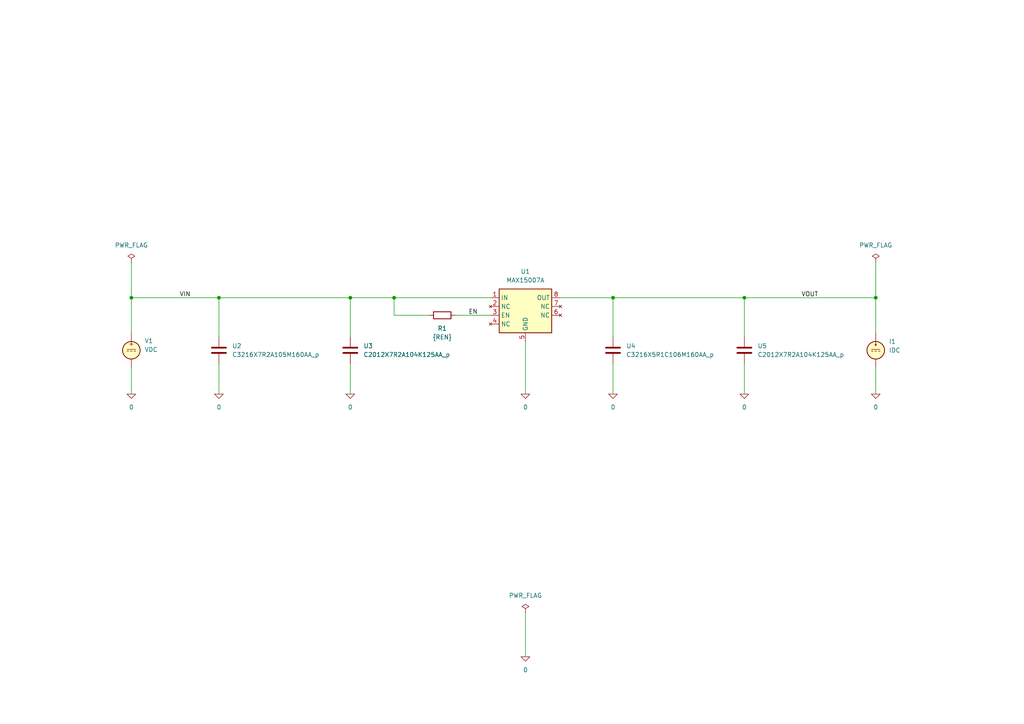
<source format=kicad_sch>
(kicad_sch
	(version 20231120)
	(generator "eeschema")
	(generator_version "8.0")
	(uuid "691ab110-4de2-4212-af9f-2007c41d6d4d")
	(paper "A4")
	(title_block
		(title "40V, Ultra-Low Quiescent-Current Linear Regulators")
		(date "2023-03-04")
		(rev "1")
		(company "astroelectronic@")
		(comment 1 "-")
		(comment 2 "-")
		(comment 3 "-")
		(comment 4 "AE01005007")
	)
	(lib_symbols
		(symbol "MAX15007A:0"
			(power)
			(pin_names
				(offset 0)
			)
			(exclude_from_sim no)
			(in_bom yes)
			(on_board yes)
			(property "Reference" "#GND"
				(at 0 -2.54 0)
				(effects
					(font
						(size 1.27 1.27)
					)
					(hide yes)
				)
			)
			(property "Value" "0"
				(at 0 -1.778 0)
				(effects
					(font
						(size 1.27 1.27)
					)
				)
			)
			(property "Footprint" ""
				(at 0 0 0)
				(effects
					(font
						(size 1.27 1.27)
					)
					(hide yes)
				)
			)
			(property "Datasheet" "~"
				(at 0 0 0)
				(effects
					(font
						(size 1.27 1.27)
					)
					(hide yes)
				)
			)
			(property "Description" "0V reference potential for simulation"
				(at 0 0 0)
				(effects
					(font
						(size 1.27 1.27)
					)
					(hide yes)
				)
			)
			(property "ki_keywords" "simulation"
				(at 0 0 0)
				(effects
					(font
						(size 1.27 1.27)
					)
					(hide yes)
				)
			)
			(symbol "0_0_1"
				(polyline
					(pts
						(xy -1.27 0) (xy 0 -1.27) (xy 1.27 0) (xy -1.27 0)
					)
					(stroke
						(width 0)
						(type default)
					)
					(fill
						(type none)
					)
				)
			)
			(symbol "0_1_1"
				(pin power_in line
					(at 0 0 0)
					(length 0) hide
					(name "0"
						(effects
							(font
								(size 1.016 1.016)
							)
						)
					)
					(number "1"
						(effects
							(font
								(size 1.016 1.016)
							)
						)
					)
				)
			)
		)
		(symbol "MAX15007A:C"
			(pin_numbers hide)
			(pin_names
				(offset 0.254)
			)
			(exclude_from_sim no)
			(in_bom yes)
			(on_board yes)
			(property "Reference" "C"
				(at 0.635 2.54 0)
				(effects
					(font
						(size 1.27 1.27)
					)
					(justify left)
				)
			)
			(property "Value" "C"
				(at 0.635 -2.54 0)
				(effects
					(font
						(size 1.27 1.27)
					)
					(justify left)
				)
			)
			(property "Footprint" ""
				(at 0.9652 -3.81 0)
				(effects
					(font
						(size 1.27 1.27)
					)
					(hide yes)
				)
			)
			(property "Datasheet" "~"
				(at 0 0 0)
				(effects
					(font
						(size 1.27 1.27)
					)
					(hide yes)
				)
			)
			(property "Description" "Unpolarized capacitor"
				(at 0 0 0)
				(effects
					(font
						(size 1.27 1.27)
					)
					(hide yes)
				)
			)
			(property "ki_keywords" "cap capacitor"
				(at 0 0 0)
				(effects
					(font
						(size 1.27 1.27)
					)
					(hide yes)
				)
			)
			(property "ki_fp_filters" "C_*"
				(at 0 0 0)
				(effects
					(font
						(size 1.27 1.27)
					)
					(hide yes)
				)
			)
			(symbol "C_0_1"
				(polyline
					(pts
						(xy -2.032 -0.762) (xy 2.032 -0.762)
					)
					(stroke
						(width 0.508)
						(type default)
					)
					(fill
						(type none)
					)
				)
				(polyline
					(pts
						(xy -2.032 0.762) (xy 2.032 0.762)
					)
					(stroke
						(width 0.508)
						(type default)
					)
					(fill
						(type none)
					)
				)
			)
			(symbol "C_1_1"
				(pin passive line
					(at 0 3.81 270)
					(length 2.794)
					(name "~"
						(effects
							(font
								(size 1.27 1.27)
							)
						)
					)
					(number "1"
						(effects
							(font
								(size 1.27 1.27)
							)
						)
					)
				)
				(pin passive line
					(at 0 -3.81 90)
					(length 2.794)
					(name "~"
						(effects
							(font
								(size 1.27 1.27)
							)
						)
					)
					(number "2"
						(effects
							(font
								(size 1.27 1.27)
							)
						)
					)
				)
			)
		)
		(symbol "MAX15007A:IDC"
			(pin_numbers hide)
			(pin_names
				(offset 0.0254)
			)
			(exclude_from_sim no)
			(in_bom yes)
			(on_board yes)
			(property "Reference" "I"
				(at 2.54 2.54 0)
				(effects
					(font
						(size 1.27 1.27)
					)
					(justify left)
				)
			)
			(property "Value" "1"
				(at 2.54 0 0)
				(effects
					(font
						(size 1.27 1.27)
					)
					(justify left)
				)
			)
			(property "Footprint" ""
				(at 0 0 0)
				(effects
					(font
						(size 1.27 1.27)
					)
					(hide yes)
				)
			)
			(property "Datasheet" "~"
				(at 0 0 0)
				(effects
					(font
						(size 1.27 1.27)
					)
					(hide yes)
				)
			)
			(property "Description" "Current source, DC"
				(at 0 0 0)
				(effects
					(font
						(size 1.27 1.27)
					)
					(hide yes)
				)
			)
			(property "Sim.Pins" "1=+ 2=-"
				(at 0 0 0)
				(effects
					(font
						(size 1.27 1.27)
					)
					(hide yes)
				)
			)
			(property "Sim.Type" "DC"
				(at 0 0 0)
				(effects
					(font
						(size 1.27 1.27)
					)
					(hide yes)
				)
			)
			(property "Sim.Device" "I"
				(at 0 0 0)
				(effects
					(font
						(size 1.27 1.27)
					)
					(justify left)
					(hide yes)
				)
			)
			(property "Spice_Netlist_Enabled" "Y"
				(at 0 0 0)
				(effects
					(font
						(size 1.27 1.27)
					)
					(justify left)
					(hide yes)
				)
			)
			(property "ki_keywords" "simulation"
				(at 0 0 0)
				(effects
					(font
						(size 1.27 1.27)
					)
					(hide yes)
				)
			)
			(symbol "IDC_0_0"
				(polyline
					(pts
						(xy -1.27 0.254) (xy 1.27 0.254)
					)
					(stroke
						(width 0)
						(type default)
					)
					(fill
						(type none)
					)
				)
				(polyline
					(pts
						(xy -0.762 -0.254) (xy -1.27 -0.254)
					)
					(stroke
						(width 0)
						(type default)
					)
					(fill
						(type none)
					)
				)
				(polyline
					(pts
						(xy 0.254 -0.254) (xy -0.254 -0.254)
					)
					(stroke
						(width 0)
						(type default)
					)
					(fill
						(type none)
					)
				)
				(polyline
					(pts
						(xy 1.27 -0.254) (xy 0.762 -0.254)
					)
					(stroke
						(width 0)
						(type default)
					)
					(fill
						(type none)
					)
				)
			)
			(symbol "IDC_0_1"
				(polyline
					(pts
						(xy 0 1.27) (xy 0 2.286)
					)
					(stroke
						(width 0)
						(type default)
					)
					(fill
						(type none)
					)
				)
				(polyline
					(pts
						(xy -0.254 1.778) (xy 0 1.27) (xy 0.254 1.778)
					)
					(stroke
						(width 0)
						(type default)
					)
					(fill
						(type none)
					)
				)
				(circle
					(center 0 0)
					(radius 2.54)
					(stroke
						(width 0.254)
						(type default)
					)
					(fill
						(type background)
					)
				)
			)
			(symbol "IDC_1_1"
				(pin passive line
					(at 0 5.08 270)
					(length 2.54)
					(name "~"
						(effects
							(font
								(size 1.27 1.27)
							)
						)
					)
					(number "1"
						(effects
							(font
								(size 1.27 1.27)
							)
						)
					)
				)
				(pin passive line
					(at 0 -5.08 90)
					(length 2.54)
					(name "~"
						(effects
							(font
								(size 1.27 1.27)
							)
						)
					)
					(number "2"
						(effects
							(font
								(size 1.27 1.27)
							)
						)
					)
				)
			)
		)
		(symbol "MAX15007A:MAX15007A"
			(exclude_from_sim no)
			(in_bom yes)
			(on_board yes)
			(property "Reference" "U"
				(at -6.35 7.62 0)
				(effects
					(font
						(size 1.27 1.27)
					)
				)
			)
			(property "Value" "MAX15007A"
				(at 2.54 7.62 0)
				(effects
					(font
						(size 1.27 1.27)
					)
				)
			)
			(property "Footprint" ""
				(at 0 -5.08 0)
				(effects
					(font
						(size 1.27 1.27)
					)
					(hide yes)
				)
			)
			(property "Datasheet" "https://datasheets.maximintegrated.com/en/ds/MAX15006-MAX15007.pdf"
				(at 0 -5.08 0)
				(effects
					(font
						(size 1.27 1.27)
					)
					(hide yes)
				)
			)
			(property "Description" "40V, Ultra-Low Quiescent-Current Linear Regulators in 6-Pin TDFN/8-Pin SO"
				(at 0 0 0)
				(effects
					(font
						(size 1.27 1.27)
					)
					(hide yes)
				)
			)
			(property "ki_keywords" "Linear Voltage Regulator. Simulation."
				(at 0 0 0)
				(effects
					(font
						(size 1.27 1.27)
					)
					(hide yes)
				)
			)
			(property "ki_fp_filters" "SOT?23?5*"
				(at 0 0 0)
				(effects
					(font
						(size 1.27 1.27)
					)
					(hide yes)
				)
			)
			(symbol "MAX15007A_0_0"
				(pin no_connect line
					(at 10.16 -1.27 180)
					(length 2.54)
					(name "NC"
						(effects
							(font
								(size 1.27 1.27)
							)
						)
					)
					(number "6"
						(effects
							(font
								(size 1.27 1.27)
							)
						)
					)
				)
				(pin no_connect line
					(at 10.16 1.27 180)
					(length 2.54)
					(name "NC"
						(effects
							(font
								(size 1.27 1.27)
							)
						)
					)
					(number "7"
						(effects
							(font
								(size 1.27 1.27)
							)
						)
					)
				)
				(pin passive line
					(at 10.16 3.81 180)
					(length 2.54)
					(name "OUT"
						(effects
							(font
								(size 1.27 1.27)
							)
						)
					)
					(number "8"
						(effects
							(font
								(size 1.27 1.27)
							)
						)
					)
				)
			)
			(symbol "MAX15007A_1_1"
				(rectangle
					(start -7.62 6.35)
					(end 7.62 -6.35)
					(stroke
						(width 0.254)
						(type default)
					)
					(fill
						(type background)
					)
				)
				(pin passive line
					(at -10.16 3.81 0)
					(length 2.54)
					(name "IN"
						(effects
							(font
								(size 1.27 1.27)
							)
						)
					)
					(number "1"
						(effects
							(font
								(size 1.27 1.27)
							)
						)
					)
				)
				(pin no_connect line
					(at -10.16 1.27 0)
					(length 2.54)
					(name "NC"
						(effects
							(font
								(size 1.27 1.27)
							)
						)
					)
					(number "2"
						(effects
							(font
								(size 1.27 1.27)
							)
						)
					)
				)
				(pin passive line
					(at -10.16 -1.27 0)
					(length 2.54)
					(name "EN"
						(effects
							(font
								(size 1.27 1.27)
							)
						)
					)
					(number "3"
						(effects
							(font
								(size 1.27 1.27)
							)
						)
					)
				)
				(pin no_connect line
					(at -10.16 -3.81 0)
					(length 2.54)
					(name "NC"
						(effects
							(font
								(size 1.27 1.27)
							)
						)
					)
					(number "4"
						(effects
							(font
								(size 1.27 1.27)
							)
						)
					)
				)
				(pin passive line
					(at 0 -8.89 90)
					(length 2.54)
					(name "GND"
						(effects
							(font
								(size 1.27 1.27)
							)
						)
					)
					(number "5"
						(effects
							(font
								(size 1.27 1.27)
							)
						)
					)
				)
			)
		)
		(symbol "MAX15007A:PWR_FLAG"
			(power)
			(pin_numbers hide)
			(pin_names
				(offset 0) hide)
			(exclude_from_sim no)
			(in_bom yes)
			(on_board yes)
			(property "Reference" "#FLG"
				(at 0 1.905 0)
				(effects
					(font
						(size 1.27 1.27)
					)
					(hide yes)
				)
			)
			(property "Value" "PWR_FLAG"
				(at 0 3.81 0)
				(effects
					(font
						(size 1.27 1.27)
					)
				)
			)
			(property "Footprint" ""
				(at 0 0 0)
				(effects
					(font
						(size 1.27 1.27)
					)
					(hide yes)
				)
			)
			(property "Datasheet" "~"
				(at 0 0 0)
				(effects
					(font
						(size 1.27 1.27)
					)
					(hide yes)
				)
			)
			(property "Description" "Special symbol for telling ERC where power comes from"
				(at 0 0 0)
				(effects
					(font
						(size 1.27 1.27)
					)
					(hide yes)
				)
			)
			(property "ki_keywords" "flag power"
				(at 0 0 0)
				(effects
					(font
						(size 1.27 1.27)
					)
					(hide yes)
				)
			)
			(symbol "PWR_FLAG_0_0"
				(pin power_out line
					(at 0 0 90)
					(length 0)
					(name "pwr"
						(effects
							(font
								(size 1.27 1.27)
							)
						)
					)
					(number "1"
						(effects
							(font
								(size 1.27 1.27)
							)
						)
					)
				)
			)
			(symbol "PWR_FLAG_0_1"
				(polyline
					(pts
						(xy 0 0) (xy 0 1.27) (xy -1.016 1.905) (xy 0 2.54) (xy 1.016 1.905) (xy 0 1.27)
					)
					(stroke
						(width 0)
						(type default)
					)
					(fill
						(type none)
					)
				)
			)
		)
		(symbol "MAX15007A:R"
			(pin_numbers hide)
			(pin_names
				(offset 0)
			)
			(exclude_from_sim no)
			(in_bom yes)
			(on_board yes)
			(property "Reference" "R"
				(at 2.032 0 90)
				(effects
					(font
						(size 1.27 1.27)
					)
				)
			)
			(property "Value" "R"
				(at 0 0 90)
				(effects
					(font
						(size 1.27 1.27)
					)
				)
			)
			(property "Footprint" ""
				(at -1.778 0 90)
				(effects
					(font
						(size 1.27 1.27)
					)
					(hide yes)
				)
			)
			(property "Datasheet" "~"
				(at 0 0 0)
				(effects
					(font
						(size 1.27 1.27)
					)
					(hide yes)
				)
			)
			(property "Description" "Resistor"
				(at 0 0 0)
				(effects
					(font
						(size 1.27 1.27)
					)
					(hide yes)
				)
			)
			(property "ki_keywords" "R res resistor"
				(at 0 0 0)
				(effects
					(font
						(size 1.27 1.27)
					)
					(hide yes)
				)
			)
			(property "ki_fp_filters" "R_*"
				(at 0 0 0)
				(effects
					(font
						(size 1.27 1.27)
					)
					(hide yes)
				)
			)
			(symbol "R_0_1"
				(rectangle
					(start -1.016 -2.54)
					(end 1.016 2.54)
					(stroke
						(width 0.254)
						(type default)
					)
					(fill
						(type none)
					)
				)
			)
			(symbol "R_1_1"
				(pin passive line
					(at 0 3.81 270)
					(length 1.27)
					(name "~"
						(effects
							(font
								(size 1.27 1.27)
							)
						)
					)
					(number "1"
						(effects
							(font
								(size 1.27 1.27)
							)
						)
					)
				)
				(pin passive line
					(at 0 -3.81 90)
					(length 1.27)
					(name "~"
						(effects
							(font
								(size 1.27 1.27)
							)
						)
					)
					(number "2"
						(effects
							(font
								(size 1.27 1.27)
							)
						)
					)
				)
			)
		)
		(symbol "MAX15007A:VDC"
			(pin_numbers hide)
			(pin_names
				(offset 0.0254)
			)
			(exclude_from_sim no)
			(in_bom yes)
			(on_board yes)
			(property "Reference" "V"
				(at 2.54 2.54 0)
				(effects
					(font
						(size 1.27 1.27)
					)
					(justify left)
				)
			)
			(property "Value" "1"
				(at 2.54 0 0)
				(effects
					(font
						(size 1.27 1.27)
					)
					(justify left)
				)
			)
			(property "Footprint" ""
				(at 0 0 0)
				(effects
					(font
						(size 1.27 1.27)
					)
					(hide yes)
				)
			)
			(property "Datasheet" "~"
				(at 0 0 0)
				(effects
					(font
						(size 1.27 1.27)
					)
					(hide yes)
				)
			)
			(property "Description" "Voltage source, DC"
				(at 0 0 0)
				(effects
					(font
						(size 1.27 1.27)
					)
					(hide yes)
				)
			)
			(property "Sim.Pins" "1=+ 2=-"
				(at 0 0 0)
				(effects
					(font
						(size 1.27 1.27)
					)
					(hide yes)
				)
			)
			(property "Sim.Type" "DC"
				(at 0 0 0)
				(effects
					(font
						(size 1.27 1.27)
					)
					(hide yes)
				)
			)
			(property "Sim.Device" "V"
				(at 0 0 0)
				(effects
					(font
						(size 1.27 1.27)
					)
					(justify left)
					(hide yes)
				)
			)
			(property "Spice_Netlist_Enabled" "Y"
				(at 0 0 0)
				(effects
					(font
						(size 1.27 1.27)
					)
					(justify left)
					(hide yes)
				)
			)
			(property "ki_keywords" "simulation"
				(at 0 0 0)
				(effects
					(font
						(size 1.27 1.27)
					)
					(hide yes)
				)
			)
			(symbol "VDC_0_0"
				(polyline
					(pts
						(xy -1.27 0.254) (xy 1.27 0.254)
					)
					(stroke
						(width 0)
						(type default)
					)
					(fill
						(type none)
					)
				)
				(polyline
					(pts
						(xy -0.762 -0.254) (xy -1.27 -0.254)
					)
					(stroke
						(width 0)
						(type default)
					)
					(fill
						(type none)
					)
				)
				(polyline
					(pts
						(xy 0.254 -0.254) (xy -0.254 -0.254)
					)
					(stroke
						(width 0)
						(type default)
					)
					(fill
						(type none)
					)
				)
				(polyline
					(pts
						(xy 1.27 -0.254) (xy 0.762 -0.254)
					)
					(stroke
						(width 0)
						(type default)
					)
					(fill
						(type none)
					)
				)
				(text "+"
					(at 0 1.905 0)
					(effects
						(font
							(size 1.27 1.27)
						)
					)
				)
			)
			(symbol "VDC_0_1"
				(circle
					(center 0 0)
					(radius 2.54)
					(stroke
						(width 0.254)
						(type default)
					)
					(fill
						(type background)
					)
				)
			)
			(symbol "VDC_1_1"
				(pin passive line
					(at 0 5.08 270)
					(length 2.54)
					(name "~"
						(effects
							(font
								(size 1.27 1.27)
							)
						)
					)
					(number "1"
						(effects
							(font
								(size 1.27 1.27)
							)
						)
					)
				)
				(pin passive line
					(at 0 -5.08 90)
					(length 2.54)
					(name "~"
						(effects
							(font
								(size 1.27 1.27)
							)
						)
					)
					(number "2"
						(effects
							(font
								(size 1.27 1.27)
							)
						)
					)
				)
			)
		)
	)
	(junction
		(at 177.8 86.36)
		(diameter 0)
		(color 0 0 0 0)
		(uuid "0e2b60c8-eab0-4cbc-adee-3ee272c0ced2")
	)
	(junction
		(at 38.1 86.36)
		(diameter 0)
		(color 0 0 0 0)
		(uuid "0e5d100a-7d15-4ae0-b30b-717c7cb359bf")
	)
	(junction
		(at 114.3 86.36)
		(diameter 0)
		(color 0 0 0 0)
		(uuid "1b1282ea-32bc-44e4-9a9a-5767a0852e6e")
	)
	(junction
		(at 63.5 86.36)
		(diameter 0)
		(color 0 0 0 0)
		(uuid "7882a9bc-e891-4780-96a3-ce1c5ef183e2")
	)
	(junction
		(at 101.6 86.36)
		(diameter 0)
		(color 0 0 0 0)
		(uuid "8c37e736-c3c6-44d2-9643-61d71644fb55")
	)
	(junction
		(at 254 86.36)
		(diameter 0)
		(color 0 0 0 0)
		(uuid "9348c5b1-6f8f-429c-ada2-08cb73dad8da")
	)
	(junction
		(at 215.9 86.36)
		(diameter 0)
		(color 0 0 0 0)
		(uuid "ff0d31bb-5e3c-4c16-896b-b0312c0ea5db")
	)
	(wire
		(pts
			(xy 38.1 106.68) (xy 38.1 114.3)
		)
		(stroke
			(width 0)
			(type default)
		)
		(uuid "023f3597-bfbe-405d-8a47-afae82b4a403")
	)
	(wire
		(pts
			(xy 114.3 91.44) (xy 114.3 86.36)
		)
		(stroke
			(width 0)
			(type default)
		)
		(uuid "06bd33bb-df37-491c-a825-ed87753563b8")
	)
	(wire
		(pts
			(xy 177.8 105.41) (xy 177.8 114.3)
		)
		(stroke
			(width 0)
			(type default)
		)
		(uuid "0ab9b957-482e-464c-b48a-4d6e0cf702a4")
	)
	(wire
		(pts
			(xy 63.5 105.41) (xy 63.5 114.3)
		)
		(stroke
			(width 0)
			(type default)
		)
		(uuid "0add7df5-0aab-4e3f-8660-264f37909683")
	)
	(wire
		(pts
			(xy 101.6 86.36) (xy 114.3 86.36)
		)
		(stroke
			(width 0)
			(type default)
		)
		(uuid "1e2c0d09-3483-42bb-a2dc-70bd33781d04")
	)
	(wire
		(pts
			(xy 124.46 91.44) (xy 114.3 91.44)
		)
		(stroke
			(width 0)
			(type default)
		)
		(uuid "3761904e-f933-4220-964c-6c1a39f65902")
	)
	(wire
		(pts
			(xy 152.4 99.06) (xy 152.4 114.3)
		)
		(stroke
			(width 0)
			(type default)
		)
		(uuid "3f828bec-cfa4-4143-88c4-29f25600dfe4")
	)
	(wire
		(pts
			(xy 254 106.68) (xy 254 114.3)
		)
		(stroke
			(width 0)
			(type default)
		)
		(uuid "442d10b1-eda6-49cb-8248-74a6fa8a7a5e")
	)
	(wire
		(pts
			(xy 215.9 86.36) (xy 254 86.36)
		)
		(stroke
			(width 0)
			(type default)
		)
		(uuid "459741a9-df7a-4956-83c2-a668dc769849")
	)
	(wire
		(pts
			(xy 162.56 86.36) (xy 177.8 86.36)
		)
		(stroke
			(width 0)
			(type default)
		)
		(uuid "49a88eac-dec7-47a1-9e2d-b2a13a201557")
	)
	(wire
		(pts
			(xy 215.9 105.41) (xy 215.9 114.3)
		)
		(stroke
			(width 0)
			(type default)
		)
		(uuid "51a3e445-b42b-42d7-a2f4-d8b80daea26c")
	)
	(wire
		(pts
			(xy 38.1 86.36) (xy 63.5 86.36)
		)
		(stroke
			(width 0)
			(type default)
		)
		(uuid "5502e6c8-9b2d-4a39-b8f1-266e6b042f22")
	)
	(wire
		(pts
			(xy 215.9 97.79) (xy 215.9 86.36)
		)
		(stroke
			(width 0)
			(type default)
		)
		(uuid "5c49dfdc-df7e-49de-b81b-9095bac619dd")
	)
	(wire
		(pts
			(xy 38.1 76.2) (xy 38.1 86.36)
		)
		(stroke
			(width 0)
			(type default)
		)
		(uuid "5d078095-077a-4f91-9776-f1f0edb84191")
	)
	(wire
		(pts
			(xy 132.08 91.44) (xy 142.24 91.44)
		)
		(stroke
			(width 0)
			(type default)
		)
		(uuid "67ac5d3e-5ab3-49cb-ab73-c2267a271595")
	)
	(wire
		(pts
			(xy 101.6 105.41) (xy 101.6 114.3)
		)
		(stroke
			(width 0)
			(type default)
		)
		(uuid "93de8530-dc8c-4557-b481-ba68cb5b31e1")
	)
	(wire
		(pts
			(xy 114.3 86.36) (xy 142.24 86.36)
		)
		(stroke
			(width 0)
			(type default)
		)
		(uuid "966957c7-0f22-448c-ab75-0e18255e2802")
	)
	(wire
		(pts
			(xy 63.5 86.36) (xy 101.6 86.36)
		)
		(stroke
			(width 0)
			(type default)
		)
		(uuid "9afa9c5d-7b2c-4e85-9e55-f31faee89e0c")
	)
	(wire
		(pts
			(xy 177.8 86.36) (xy 215.9 86.36)
		)
		(stroke
			(width 0)
			(type default)
		)
		(uuid "a896368b-21a2-4258-b695-6524e4032608")
	)
	(wire
		(pts
			(xy 152.4 177.8) (xy 152.4 190.5)
		)
		(stroke
			(width 0)
			(type default)
		)
		(uuid "af162512-ba0c-42ea-b3b4-ccf5f7f1bfee")
	)
	(wire
		(pts
			(xy 254 96.52) (xy 254 86.36)
		)
		(stroke
			(width 0)
			(type default)
		)
		(uuid "b7d5ef2a-4c1e-457d-8878-fbc73ddfe2de")
	)
	(wire
		(pts
			(xy 254 76.2) (xy 254 86.36)
		)
		(stroke
			(width 0)
			(type default)
		)
		(uuid "c3fccf07-415a-4972-a413-2c584bf272db")
	)
	(wire
		(pts
			(xy 101.6 97.79) (xy 101.6 86.36)
		)
		(stroke
			(width 0)
			(type default)
		)
		(uuid "c6a79d31-2583-4962-ad52-26e9ab9f25bd")
	)
	(wire
		(pts
			(xy 177.8 97.79) (xy 177.8 86.36)
		)
		(stroke
			(width 0)
			(type default)
		)
		(uuid "ea51ea14-559e-4842-b29d-b34de91f1ad4")
	)
	(wire
		(pts
			(xy 38.1 96.52) (xy 38.1 86.36)
		)
		(stroke
			(width 0)
			(type default)
		)
		(uuid "eb7419f1-6e5f-482d-bb1b-8a74ac3b5860")
	)
	(wire
		(pts
			(xy 63.5 97.79) (xy 63.5 86.36)
		)
		(stroke
			(width 0)
			(type default)
		)
		(uuid "ffad5da5-41a9-46b8-8bc0-dba3eccfbf83")
	)
	(label "VIN"
		(at 52.07 86.36 0)
		(fields_autoplaced yes)
		(effects
			(font
				(size 1.27 1.27)
			)
			(justify left bottom)
		)
		(uuid "11a01f0f-9bca-40cf-8d5a-145f08f854c8")
	)
	(label "VOUT"
		(at 232.41 86.36 0)
		(fields_autoplaced yes)
		(effects
			(font
				(size 1.27 1.27)
			)
			(justify left bottom)
		)
		(uuid "52369dcb-170c-4211-bdcb-b540cc665d2f")
	)
	(label "EN"
		(at 135.89 91.44 0)
		(fields_autoplaced yes)
		(effects
			(font
				(size 1.27 1.27)
			)
			(justify left bottom)
		)
		(uuid "8f15d75c-e116-427a-9b52-5eac0a476433")
	)
	(symbol
		(lib_name "MAX15007A:VDC")
		(lib_id "MAX15007A:VDC")
		(at 38.1 101.6 0)
		(unit 1)
		(exclude_from_sim no)
		(in_bom yes)
		(on_board yes)
		(dnp no)
		(fields_autoplaced yes)
		(uuid "1dc10c5a-d31b-4dca-be19-b38d80d06362")
		(property "Reference" "V1"
			(at 41.91 98.8701 0)
			(effects
				(font
					(size 1.27 1.27)
				)
				(justify left)
			)
		)
		(property "Value" "VDC"
			(at 41.91 101.4101 0)
			(effects
				(font
					(size 1.27 1.27)
				)
				(justify left)
			)
		)
		(property "Footprint" ""
			(at 38.1 101.6 0)
			(effects
				(font
					(size 1.27 1.27)
				)
				(hide yes)
			)
		)
		(property "Datasheet" "~"
			(at 38.1 101.6 0)
			(effects
				(font
					(size 1.27 1.27)
				)
				(hide yes)
			)
		)
		(property "Description" ""
			(at 38.1 101.6 0)
			(effects
				(font
					(size 1.27 1.27)
				)
				(hide yes)
			)
		)
		(property "Sim.Device" "SPICE"
			(at 38.1 101.6 0)
			(effects
				(font
					(size 1.27 1.27)
				)
				(justify left)
				(hide yes)
			)
		)
		(property "Sim.Params" "type=\"V\" model=\"{VSOURCE}\" lib=\"\""
			(at 0 0 0)
			(effects
				(font
					(size 1.27 1.27)
				)
				(hide yes)
			)
		)
		(property "Sim.Pins" "1=1 2=2"
			(at 0 0 0)
			(effects
				(font
					(size 1.27 1.27)
				)
				(hide yes)
			)
		)
		(pin "1"
			(uuid "2b64716d-de52-40e7-98a8-5d950cf3df30")
		)
		(pin "2"
			(uuid "e23cbfd0-329e-4f9c-bf7f-4ef110ef9324")
		)
		(instances
			(project ""
				(path "/691ab110-4de2-4212-af9f-2007c41d6d4d"
					(reference "V1")
					(unit 1)
				)
			)
		)
	)
	(symbol
		(lib_id "MAX15007A:MAX15007A")
		(at 152.4 90.17 0)
		(unit 1)
		(exclude_from_sim no)
		(in_bom yes)
		(on_board yes)
		(dnp no)
		(fields_autoplaced yes)
		(uuid "1e160392-f462-4b32-b32a-9b81dbb29c74")
		(property "Reference" "U1"
			(at 152.4 78.74 0)
			(effects
				(font
					(size 1.27 1.27)
				)
			)
		)
		(property "Value" "MAX15007A"
			(at 152.4 81.28 0)
			(effects
				(font
					(size 1.27 1.27)
				)
			)
		)
		(property "Footprint" ""
			(at 152.4 95.25 0)
			(effects
				(font
					(size 1.27 1.27)
				)
				(hide yes)
			)
		)
		(property "Datasheet" "https://datasheets.maximintegrated.com/en/ds/MAX15006-MAX15007.pdf"
			(at 152.4 95.25 0)
			(effects
				(font
					(size 1.27 1.27)
				)
				(hide yes)
			)
		)
		(property "Description" "40V, Ultra-Low Quiescent-Current Linear Regulators in 6-Pin TDFN/8-Pin SO"
			(at 152.4 90.17 0)
			(effects
				(font
					(size 1.27 1.27)
				)
				(hide yes)
			)
		)
		(property "Sim.Device" "SUBCKT"
			(at 152.4 90.17 0)
			(effects
				(font
					(size 1.27 1.27)
				)
				(hide yes)
			)
		)
		(property "Sim.Pins" "1=1 2=2 3=3 4=4 5=5 6=6 7=7 8=8"
			(at 0 0 0)
			(effects
				(font
					(size 1.27 1.27)
				)
				(hide yes)
			)
		)
		(property "Sim.Library" "_models\\MAX15007A.lib"
			(at 152.4 90.17 0)
			(effects
				(font
					(size 1.27 1.27)
				)
				(hide yes)
			)
		)
		(property "Sim.Name" "MAX15007A"
			(at 152.4 90.17 0)
			(effects
				(font
					(size 1.27 1.27)
				)
				(hide yes)
			)
		)
		(pin "6"
			(uuid "4a7bb3a8-59bf-41d2-a7ff-f65ae660895f")
		)
		(pin "7"
			(uuid "692325ef-380d-4ee3-aa51-584a5c949be3")
		)
		(pin "8"
			(uuid "4c1d45dc-a1df-4b37-8b6e-3034d4c8aff2")
		)
		(pin "1"
			(uuid "dc47894f-8a07-4219-858f-68c6899ed37e")
		)
		(pin "2"
			(uuid "72799594-bbaf-4d1e-9f6e-a399e2154426")
		)
		(pin "3"
			(uuid "a15e8512-fd20-4f5c-8c17-e9f2f19d5ccd")
		)
		(pin "4"
			(uuid "8a8ce713-56f5-4a66-9658-f6ee3cb4efa0")
		)
		(pin "5"
			(uuid "351b3e36-7766-4cb4-bc34-c5081fcefd92")
		)
		(instances
			(project ""
				(path "/691ab110-4de2-4212-af9f-2007c41d6d4d"
					(reference "U1")
					(unit 1)
				)
			)
		)
	)
	(symbol
		(lib_id "MAX15007A:C")
		(at 63.5 101.6 0)
		(unit 1)
		(exclude_from_sim no)
		(in_bom yes)
		(on_board yes)
		(dnp no)
		(fields_autoplaced yes)
		(uuid "2178ce68-1612-4961-bbbd-c7995d7e6406")
		(property "Reference" "U2"
			(at 67.31 100.3299 0)
			(effects
				(font
					(size 1.27 1.27)
				)
				(justify left)
			)
		)
		(property "Value" "C3216X7R2A105M160AA_p"
			(at 67.31 102.8699 0)
			(effects
				(font
					(size 1.27 1.27)
				)
				(justify left)
			)
		)
		(property "Footprint" ""
			(at 64.4652 105.41 0)
			(effects
				(font
					(size 1.27 1.27)
				)
				(hide yes)
			)
		)
		(property "Datasheet" "~"
			(at 63.5 101.6 0)
			(effects
				(font
					(size 1.27 1.27)
				)
				(hide yes)
			)
		)
		(property "Description" ""
			(at 63.5 101.6 0)
			(effects
				(font
					(size 1.27 1.27)
				)
				(hide yes)
			)
		)
		(property "Sim.Device" "SUBCKT"
			(at 63.5 101.6 0)
			(effects
				(font
					(size 1.27 1.27)
				)
				(hide yes)
			)
		)
		(property "Sim.Pins" "1=n1 2=n2"
			(at 0 0 0)
			(effects
				(font
					(size 1.27 1.27)
				)
				(hide yes)
			)
		)
		(property "Sim.Library" "_models\\C3216X7R2A105M160AA_p.mod"
			(at 63.5 101.6 0)
			(effects
				(font
					(size 1.27 1.27)
				)
				(hide yes)
			)
		)
		(property "Sim.Name" "C3216X7R2A105M160AA_p"
			(at 63.5 101.6 0)
			(effects
				(font
					(size 1.27 1.27)
				)
				(hide yes)
			)
		)
		(pin "1"
			(uuid "f0de56af-db46-4166-a66e-1008be924ad9")
		)
		(pin "2"
			(uuid "a71000fd-39a7-4eec-80c5-ab7d6292c923")
		)
		(instances
			(project ""
				(path "/691ab110-4de2-4212-af9f-2007c41d6d4d"
					(reference "U2")
					(unit 1)
				)
			)
		)
	)
	(symbol
		(lib_id "MAX15007A:PWR_FLAG")
		(at 38.1 76.2 0)
		(unit 1)
		(exclude_from_sim no)
		(in_bom yes)
		(on_board yes)
		(dnp no)
		(fields_autoplaced yes)
		(uuid "238ca9b9-a2a2-47cf-b2b9-061bd19af848")
		(property "Reference" "#FLG02"
			(at 38.1 74.295 0)
			(effects
				(font
					(size 1.27 1.27)
				)
				(hide yes)
			)
		)
		(property "Value" "PWR_FLAG"
			(at 38.1 71.12 0)
			(effects
				(font
					(size 1.27 1.27)
				)
			)
		)
		(property "Footprint" ""
			(at 38.1 76.2 0)
			(effects
				(font
					(size 1.27 1.27)
				)
				(hide yes)
			)
		)
		(property "Datasheet" "~"
			(at 38.1 76.2 0)
			(effects
				(font
					(size 1.27 1.27)
				)
				(hide yes)
			)
		)
		(property "Description" ""
			(at 38.1 76.2 0)
			(effects
				(font
					(size 1.27 1.27)
				)
				(hide yes)
			)
		)
		(pin "1"
			(uuid "6c41db12-b53e-44c4-9039-4e82af6bbb7c")
		)
		(instances
			(project ""
				(path "/691ab110-4de2-4212-af9f-2007c41d6d4d"
					(reference "#FLG02")
					(unit 1)
				)
			)
		)
	)
	(symbol
		(lib_id "MAX15007A:C")
		(at 101.6 101.6 0)
		(unit 1)
		(exclude_from_sim no)
		(in_bom yes)
		(on_board yes)
		(dnp no)
		(fields_autoplaced yes)
		(uuid "4af65cb9-79b8-4c9c-bd5d-dc7ab2dd88ce")
		(property "Reference" "U3"
			(at 105.41 100.3299 0)
			(effects
				(font
					(size 1.27 1.27)
				)
				(justify left)
			)
		)
		(property "Value" "C2012X7R2A104K125AA_p"
			(at 105.41 102.8699 0)
			(effects
				(font
					(size 1.27 1.27)
				)
				(justify left)
			)
		)
		(property "Footprint" ""
			(at 102.5652 105.41 0)
			(effects
				(font
					(size 1.27 1.27)
				)
				(hide yes)
			)
		)
		(property "Datasheet" "~"
			(at 101.6 101.6 0)
			(effects
				(font
					(size 1.27 1.27)
				)
				(hide yes)
			)
		)
		(property "Description" ""
			(at 101.6 101.6 0)
			(effects
				(font
					(size 1.27 1.27)
				)
				(hide yes)
			)
		)
		(property "Sim.Device" "SUBCKT"
			(at 101.6 101.6 0)
			(effects
				(font
					(size 1.27 1.27)
				)
				(hide yes)
			)
		)
		(property "Sim.Pins" "1=n1 2=n2"
			(at 0 0 0)
			(effects
				(font
					(size 1.27 1.27)
				)
				(hide yes)
			)
		)
		(property "Sim.Library" "_models\\C2012X7R2A104K125AA_p.mod"
			(at 101.6 101.6 0)
			(effects
				(font
					(size 1.27 1.27)
				)
				(hide yes)
			)
		)
		(property "Sim.Name" "C2012X7R2A104K125AA_p"
			(at 101.6 101.6 0)
			(effects
				(font
					(size 1.27 1.27)
				)
				(hide yes)
			)
		)
		(pin "1"
			(uuid "05af2be4-1459-4c28-8853-0f0d09bbaad5")
		)
		(pin "2"
			(uuid "f4c2fbd8-cd8c-4b83-9444-de30094b977f")
		)
		(instances
			(project ""
				(path "/691ab110-4de2-4212-af9f-2007c41d6d4d"
					(reference "U3")
					(unit 1)
				)
			)
		)
	)
	(symbol
		(lib_id "MAX15007A:0")
		(at 254 114.3 0)
		(unit 1)
		(exclude_from_sim no)
		(in_bom yes)
		(on_board yes)
		(dnp no)
		(fields_autoplaced yes)
		(uuid "56fb3aa2-5e42-42f7-8135-97418c4c8ace")
		(property "Reference" "#GND08"
			(at 254 116.84 0)
			(effects
				(font
					(size 1.27 1.27)
				)
				(hide yes)
			)
		)
		(property "Value" "0"
			(at 254 118.11 0)
			(effects
				(font
					(size 1.27 1.27)
				)
			)
		)
		(property "Footprint" ""
			(at 254 114.3 0)
			(effects
				(font
					(size 1.27 1.27)
				)
				(hide yes)
			)
		)
		(property "Datasheet" "~"
			(at 254 114.3 0)
			(effects
				(font
					(size 1.27 1.27)
				)
				(hide yes)
			)
		)
		(property "Description" ""
			(at 254 114.3 0)
			(effects
				(font
					(size 1.27 1.27)
				)
				(hide yes)
			)
		)
		(pin "1"
			(uuid "2581476d-3a73-465e-a760-0c43e002cdfb")
		)
		(instances
			(project ""
				(path "/691ab110-4de2-4212-af9f-2007c41d6d4d"
					(reference "#GND08")
					(unit 1)
				)
			)
		)
	)
	(symbol
		(lib_id "MAX15007A:0")
		(at 177.8 114.3 0)
		(unit 1)
		(exclude_from_sim no)
		(in_bom yes)
		(on_board yes)
		(dnp no)
		(fields_autoplaced yes)
		(uuid "6d5324dd-ff04-4222-9e07-c8d2da43ba02")
		(property "Reference" "#GND06"
			(at 177.8 116.84 0)
			(effects
				(font
					(size 1.27 1.27)
				)
				(hide yes)
			)
		)
		(property "Value" "0"
			(at 177.8 118.11 0)
			(effects
				(font
					(size 1.27 1.27)
				)
			)
		)
		(property "Footprint" ""
			(at 177.8 114.3 0)
			(effects
				(font
					(size 1.27 1.27)
				)
				(hide yes)
			)
		)
		(property "Datasheet" "~"
			(at 177.8 114.3 0)
			(effects
				(font
					(size 1.27 1.27)
				)
				(hide yes)
			)
		)
		(property "Description" ""
			(at 177.8 114.3 0)
			(effects
				(font
					(size 1.27 1.27)
				)
				(hide yes)
			)
		)
		(pin "1"
			(uuid "e15e1d28-7ae8-4f5b-9379-3bc2e5fb7656")
		)
		(instances
			(project ""
				(path "/691ab110-4de2-4212-af9f-2007c41d6d4d"
					(reference "#GND06")
					(unit 1)
				)
			)
		)
	)
	(symbol
		(lib_id "MAX15007A:0")
		(at 152.4 190.5 0)
		(unit 1)
		(exclude_from_sim no)
		(in_bom yes)
		(on_board yes)
		(dnp no)
		(fields_autoplaced yes)
		(uuid "73d2f928-16cf-4c5a-9bb9-5647cee4f45b")
		(property "Reference" "#GND05"
			(at 152.4 193.04 0)
			(effects
				(font
					(size 1.27 1.27)
				)
				(hide yes)
			)
		)
		(property "Value" "0"
			(at 152.4 194.31 0)
			(effects
				(font
					(size 1.27 1.27)
				)
			)
		)
		(property "Footprint" ""
			(at 152.4 190.5 0)
			(effects
				(font
					(size 1.27 1.27)
				)
				(hide yes)
			)
		)
		(property "Datasheet" "~"
			(at 152.4 190.5 0)
			(effects
				(font
					(size 1.27 1.27)
				)
				(hide yes)
			)
		)
		(property "Description" ""
			(at 152.4 190.5 0)
			(effects
				(font
					(size 1.27 1.27)
				)
				(hide yes)
			)
		)
		(pin "1"
			(uuid "d49dddbd-3f46-4286-8bae-79ca046b47b8")
		)
		(instances
			(project ""
				(path "/691ab110-4de2-4212-af9f-2007c41d6d4d"
					(reference "#GND05")
					(unit 1)
				)
			)
		)
	)
	(symbol
		(lib_id "MAX15007A:R")
		(at 128.27 91.44 90)
		(unit 1)
		(exclude_from_sim no)
		(in_bom yes)
		(on_board yes)
		(dnp no)
		(fields_autoplaced yes)
		(uuid "86a9949d-edd5-4833-938d-68c812c0a4a5")
		(property "Reference" "R1"
			(at 128.27 95.25 90)
			(effects
				(font
					(size 1.27 1.27)
				)
			)
		)
		(property "Value" "{REN}"
			(at 128.27 97.79 90)
			(effects
				(font
					(size 1.27 1.27)
				)
			)
		)
		(property "Footprint" ""
			(at 128.27 93.218 90)
			(effects
				(font
					(size 1.27 1.27)
				)
				(hide yes)
			)
		)
		(property "Datasheet" "~"
			(at 128.27 91.44 0)
			(effects
				(font
					(size 1.27 1.27)
				)
				(hide yes)
			)
		)
		(property "Description" ""
			(at 128.27 91.44 0)
			(effects
				(font
					(size 1.27 1.27)
				)
				(hide yes)
			)
		)
		(pin "1"
			(uuid "ff55f3b9-4b47-4e28-82cd-d61dcec99381")
		)
		(pin "2"
			(uuid "799b3aac-2444-436a-9627-e61d2e942c0d")
		)
		(instances
			(project ""
				(path "/691ab110-4de2-4212-af9f-2007c41d6d4d"
					(reference "R1")
					(unit 1)
				)
			)
		)
	)
	(symbol
		(lib_id "MAX15007A:C")
		(at 177.8 101.6 0)
		(unit 1)
		(exclude_from_sim no)
		(in_bom yes)
		(on_board yes)
		(dnp no)
		(fields_autoplaced yes)
		(uuid "92d211a8-9afc-4e42-990d-8e558b0a6d09")
		(property "Reference" "U4"
			(at 181.61 100.3299 0)
			(effects
				(font
					(size 1.27 1.27)
				)
				(justify left)
			)
		)
		(property "Value" "C3216X5R1C106M160AA_p"
			(at 181.61 102.8699 0)
			(effects
				(font
					(size 1.27 1.27)
				)
				(justify left)
			)
		)
		(property "Footprint" ""
			(at 178.7652 105.41 0)
			(effects
				(font
					(size 1.27 1.27)
				)
				(hide yes)
			)
		)
		(property "Datasheet" "~"
			(at 177.8 101.6 0)
			(effects
				(font
					(size 1.27 1.27)
				)
				(hide yes)
			)
		)
		(property "Description" ""
			(at 177.8 101.6 0)
			(effects
				(font
					(size 1.27 1.27)
				)
				(hide yes)
			)
		)
		(property "Sim.Device" "SUBCKT"
			(at 177.8 101.6 0)
			(effects
				(font
					(size 1.27 1.27)
				)
				(hide yes)
			)
		)
		(property "Sim.Pins" "1=n1 2=n2"
			(at 0 0 0)
			(effects
				(font
					(size 1.27 1.27)
				)
				(hide yes)
			)
		)
		(property "Sim.Library" "_models\\C3216X5R1C106M160AA_p.mod"
			(at 177.8 101.6 0)
			(effects
				(font
					(size 1.27 1.27)
				)
				(hide yes)
			)
		)
		(property "Sim.Name" "C3216X5R1C106M160AA_p"
			(at 177.8 101.6 0)
			(effects
				(font
					(size 1.27 1.27)
				)
				(hide yes)
			)
		)
		(pin "1"
			(uuid "441ae413-6631-4c3b-9e6f-aa0e476b7307")
		)
		(pin "2"
			(uuid "bff64244-fff0-4d60-a05d-e60cd80a7d54")
		)
		(instances
			(project ""
				(path "/691ab110-4de2-4212-af9f-2007c41d6d4d"
					(reference "U4")
					(unit 1)
				)
			)
		)
	)
	(symbol
		(lib_name "MAX15007A:IDC")
		(lib_id "MAX15007A:IDC")
		(at 254 101.6 0)
		(unit 1)
		(exclude_from_sim no)
		(in_bom yes)
		(on_board yes)
		(dnp no)
		(fields_autoplaced yes)
		(uuid "b1817d50-0bc7-4bb3-a9e6-63c9a03846e9")
		(property "Reference" "I1"
			(at 257.81 99.0599 0)
			(effects
				(font
					(size 1.27 1.27)
				)
				(justify left)
			)
		)
		(property "Value" "IDC"
			(at 257.81 101.5999 0)
			(effects
				(font
					(size 1.27 1.27)
				)
				(justify left)
			)
		)
		(property "Footprint" ""
			(at 254 101.6 0)
			(effects
				(font
					(size 1.27 1.27)
				)
				(hide yes)
			)
		)
		(property "Datasheet" "~"
			(at 254 101.6 0)
			(effects
				(font
					(size 1.27 1.27)
				)
				(hide yes)
			)
		)
		(property "Description" ""
			(at 254 101.6 0)
			(effects
				(font
					(size 1.27 1.27)
				)
				(hide yes)
			)
		)
		(property "Sim.Device" "SPICE"
			(at 254 101.6 0)
			(effects
				(font
					(size 1.27 1.27)
				)
				(justify left)
				(hide yes)
			)
		)
		(property "Sim.Params" "type=\"I\" model=\"{ILOAD}\" lib=\"\""
			(at 0 0 0)
			(effects
				(font
					(size 1.27 1.27)
				)
				(hide yes)
			)
		)
		(property "Sim.Pins" "1=1 2=2"
			(at 0 0 0)
			(effects
				(font
					(size 1.27 1.27)
				)
				(hide yes)
			)
		)
		(pin "1"
			(uuid "344eea5b-58ef-4c5b-a429-1c3a7ae34099")
		)
		(pin "2"
			(uuid "cbede934-fce0-4e04-be6a-8a29782d9d05")
		)
		(instances
			(project ""
				(path "/691ab110-4de2-4212-af9f-2007c41d6d4d"
					(reference "I1")
					(unit 1)
				)
			)
		)
	)
	(symbol
		(lib_id "MAX15007A:0")
		(at 38.1 114.3 0)
		(unit 1)
		(exclude_from_sim no)
		(in_bom yes)
		(on_board yes)
		(dnp no)
		(fields_autoplaced yes)
		(uuid "b5059ece-86c0-4d23-963e-cc6232595fde")
		(property "Reference" "#GND01"
			(at 38.1 116.84 0)
			(effects
				(font
					(size 1.27 1.27)
				)
				(hide yes)
			)
		)
		(property "Value" "0"
			(at 38.1 118.11 0)
			(effects
				(font
					(size 1.27 1.27)
				)
			)
		)
		(property "Footprint" ""
			(at 38.1 114.3 0)
			(effects
				(font
					(size 1.27 1.27)
				)
				(hide yes)
			)
		)
		(property "Datasheet" "~"
			(at 38.1 114.3 0)
			(effects
				(font
					(size 1.27 1.27)
				)
				(hide yes)
			)
		)
		(property "Description" ""
			(at 38.1 114.3 0)
			(effects
				(font
					(size 1.27 1.27)
				)
				(hide yes)
			)
		)
		(pin "1"
			(uuid "de948012-ab8c-4f43-bcf9-242f448acf0f")
		)
		(instances
			(project ""
				(path "/691ab110-4de2-4212-af9f-2007c41d6d4d"
					(reference "#GND01")
					(unit 1)
				)
			)
		)
	)
	(symbol
		(lib_id "MAX15007A:PWR_FLAG")
		(at 254 76.2 0)
		(unit 1)
		(exclude_from_sim no)
		(in_bom yes)
		(on_board yes)
		(dnp no)
		(fields_autoplaced yes)
		(uuid "bddc9f2b-3152-4985-8d6e-5a430a37ae40")
		(property "Reference" "#FLG03"
			(at 254 74.295 0)
			(effects
				(font
					(size 1.27 1.27)
				)
				(hide yes)
			)
		)
		(property "Value" "PWR_FLAG"
			(at 254 71.12 0)
			(effects
				(font
					(size 1.27 1.27)
				)
			)
		)
		(property "Footprint" ""
			(at 254 76.2 0)
			(effects
				(font
					(size 1.27 1.27)
				)
				(hide yes)
			)
		)
		(property "Datasheet" "~"
			(at 254 76.2 0)
			(effects
				(font
					(size 1.27 1.27)
				)
				(hide yes)
			)
		)
		(property "Description" ""
			(at 254 76.2 0)
			(effects
				(font
					(size 1.27 1.27)
				)
				(hide yes)
			)
		)
		(pin "1"
			(uuid "7936e4c5-091f-4b0f-8285-55b0dfeb105b")
		)
		(instances
			(project ""
				(path "/691ab110-4de2-4212-af9f-2007c41d6d4d"
					(reference "#FLG03")
					(unit 1)
				)
			)
		)
	)
	(symbol
		(lib_id "MAX15007A:0")
		(at 63.5 114.3 0)
		(unit 1)
		(exclude_from_sim no)
		(in_bom yes)
		(on_board yes)
		(dnp no)
		(fields_autoplaced yes)
		(uuid "bf57a1e8-dbf8-44b6-80ab-035e535169b0")
		(property "Reference" "#GND02"
			(at 63.5 116.84 0)
			(effects
				(font
					(size 1.27 1.27)
				)
				(hide yes)
			)
		)
		(property "Value" "0"
			(at 63.5 118.11 0)
			(effects
				(font
					(size 1.27 1.27)
				)
			)
		)
		(property "Footprint" ""
			(at 63.5 114.3 0)
			(effects
				(font
					(size 1.27 1.27)
				)
				(hide yes)
			)
		)
		(property "Datasheet" "~"
			(at 63.5 114.3 0)
			(effects
				(font
					(size 1.27 1.27)
				)
				(hide yes)
			)
		)
		(property "Description" ""
			(at 63.5 114.3 0)
			(effects
				(font
					(size 1.27 1.27)
				)
				(hide yes)
			)
		)
		(pin "1"
			(uuid "49d2ecf4-8a97-48ee-bd24-18ffcb8f3bd0")
		)
		(instances
			(project ""
				(path "/691ab110-4de2-4212-af9f-2007c41d6d4d"
					(reference "#GND02")
					(unit 1)
				)
			)
		)
	)
	(symbol
		(lib_id "MAX15007A:C")
		(at 215.9 101.6 0)
		(unit 1)
		(exclude_from_sim no)
		(in_bom yes)
		(on_board yes)
		(dnp no)
		(fields_autoplaced yes)
		(uuid "cd56f663-aacb-4af7-836c-acd4b95ab953")
		(property "Reference" "U5"
			(at 219.71 100.3299 0)
			(effects
				(font
					(size 1.27 1.27)
				)
				(justify left)
			)
		)
		(property "Value" "C2012X7R2A104K125AA_p"
			(at 219.71 102.8699 0)
			(effects
				(font
					(size 1.27 1.27)
				)
				(justify left)
			)
		)
		(property "Footprint" ""
			(at 216.8652 105.41 0)
			(effects
				(font
					(size 1.27 1.27)
				)
				(hide yes)
			)
		)
		(property "Datasheet" "~"
			(at 215.9 101.6 0)
			(effects
				(font
					(size 1.27 1.27)
				)
				(hide yes)
			)
		)
		(property "Description" ""
			(at 215.9 101.6 0)
			(effects
				(font
					(size 1.27 1.27)
				)
				(hide yes)
			)
		)
		(property "Sim.Device" "SUBCKT"
			(at 215.9 101.6 0)
			(effects
				(font
					(size 1.27 1.27)
				)
				(hide yes)
			)
		)
		(property "Sim.Pins" "1=n1 2=n2"
			(at 0 0 0)
			(effects
				(font
					(size 1.27 1.27)
				)
				(hide yes)
			)
		)
		(property "Sim.Library" "_models\\C2012X7R2A104K125AA_p.mod"
			(at 215.9 101.6 0)
			(effects
				(font
					(size 1.27 1.27)
				)
				(hide yes)
			)
		)
		(property "Sim.Name" "C2012X7R2A104K125AA_p"
			(at 215.9 101.6 0)
			(effects
				(font
					(size 1.27 1.27)
				)
				(hide yes)
			)
		)
		(pin "1"
			(uuid "135ed968-3d2c-4fbb-b7e9-93716f6893fe")
		)
		(pin "2"
			(uuid "61916344-4c92-404a-8ef9-746de2fd8252")
		)
		(instances
			(project ""
				(path "/691ab110-4de2-4212-af9f-2007c41d6d4d"
					(reference "U5")
					(unit 1)
				)
			)
		)
	)
	(symbol
		(lib_id "MAX15007A:PWR_FLAG")
		(at 152.4 177.8 0)
		(unit 1)
		(exclude_from_sim no)
		(in_bom yes)
		(on_board yes)
		(dnp no)
		(fields_autoplaced yes)
		(uuid "d0a4a5d1-09ed-4fba-9ca9-a066af6c99ed")
		(property "Reference" "#FLG01"
			(at 152.4 175.895 0)
			(effects
				(font
					(size 1.27 1.27)
				)
				(hide yes)
			)
		)
		(property "Value" "PWR_FLAG"
			(at 152.4 172.72 0)
			(effects
				(font
					(size 1.27 1.27)
				)
			)
		)
		(property "Footprint" ""
			(at 152.4 177.8 0)
			(effects
				(font
					(size 1.27 1.27)
				)
				(hide yes)
			)
		)
		(property "Datasheet" "~"
			(at 152.4 177.8 0)
			(effects
				(font
					(size 1.27 1.27)
				)
				(hide yes)
			)
		)
		(property "Description" ""
			(at 152.4 177.8 0)
			(effects
				(font
					(size 1.27 1.27)
				)
				(hide yes)
			)
		)
		(pin "1"
			(uuid "a3a10867-eff7-400d-8197-9a4b7b0b05e3")
		)
		(instances
			(project ""
				(path "/691ab110-4de2-4212-af9f-2007c41d6d4d"
					(reference "#FLG01")
					(unit 1)
				)
			)
		)
	)
	(symbol
		(lib_id "MAX15007A:0")
		(at 152.4 114.3 0)
		(unit 1)
		(exclude_from_sim no)
		(in_bom yes)
		(on_board yes)
		(dnp no)
		(fields_autoplaced yes)
		(uuid "d87bb670-8726-4c69-8a50-01668f52a970")
		(property "Reference" "#GND04"
			(at 152.4 116.84 0)
			(effects
				(font
					(size 1.27 1.27)
				)
				(hide yes)
			)
		)
		(property "Value" "0"
			(at 152.4 118.11 0)
			(effects
				(font
					(size 1.27 1.27)
				)
			)
		)
		(property "Footprint" ""
			(at 152.4 114.3 0)
			(effects
				(font
					(size 1.27 1.27)
				)
				(hide yes)
			)
		)
		(property "Datasheet" "~"
			(at 152.4 114.3 0)
			(effects
				(font
					(size 1.27 1.27)
				)
				(hide yes)
			)
		)
		(property "Description" ""
			(at 152.4 114.3 0)
			(effects
				(font
					(size 1.27 1.27)
				)
				(hide yes)
			)
		)
		(pin "1"
			(uuid "352f645f-567d-4db6-8e4f-2f115dcf53bf")
		)
		(instances
			(project ""
				(path "/691ab110-4de2-4212-af9f-2007c41d6d4d"
					(reference "#GND04")
					(unit 1)
				)
			)
		)
	)
	(symbol
		(lib_id "MAX15007A:0")
		(at 101.6 114.3 0)
		(unit 1)
		(exclude_from_sim no)
		(in_bom yes)
		(on_board yes)
		(dnp no)
		(fields_autoplaced yes)
		(uuid "f9002d76-3d6e-4e34-bcbe-4b41d87227cf")
		(property "Reference" "#GND03"
			(at 101.6 116.84 0)
			(effects
				(font
					(size 1.27 1.27)
				)
				(hide yes)
			)
		)
		(property "Value" "0"
			(at 101.6 118.11 0)
			(effects
				(font
					(size 1.27 1.27)
				)
			)
		)
		(property "Footprint" ""
			(at 101.6 114.3 0)
			(effects
				(font
					(size 1.27 1.27)
				)
				(hide yes)
			)
		)
		(property "Datasheet" "~"
			(at 101.6 114.3 0)
			(effects
				(font
					(size 1.27 1.27)
				)
				(hide yes)
			)
		)
		(property "Description" ""
			(at 101.6 114.3 0)
			(effects
				(font
					(size 1.27 1.27)
				)
				(hide yes)
			)
		)
		(pin "1"
			(uuid "d15c2524-edd9-4430-a485-cde1248b907f")
		)
		(instances
			(project ""
				(path "/691ab110-4de2-4212-af9f-2007c41d6d4d"
					(reference "#GND03")
					(unit 1)
				)
			)
		)
	)
	(symbol
		(lib_id "MAX15007A:0")
		(at 215.9 114.3 0)
		(unit 1)
		(exclude_from_sim no)
		(in_bom yes)
		(on_board yes)
		(dnp no)
		(fields_autoplaced yes)
		(uuid "fcafc7d5-b3ab-41c6-8d72-7cff6249806c")
		(property "Reference" "#GND07"
			(at 215.9 116.84 0)
			(effects
				(font
					(size 1.27 1.27)
				)
				(hide yes)
			)
		)
		(property "Value" "0"
			(at 215.9 118.11 0)
			(effects
				(font
					(size 1.27 1.27)
				)
			)
		)
		(property "Footprint" ""
			(at 215.9 114.3 0)
			(effects
				(font
					(size 1.27 1.27)
				)
				(hide yes)
			)
		)
		(property "Datasheet" "~"
			(at 215.9 114.3 0)
			(effects
				(font
					(size 1.27 1.27)
				)
				(hide yes)
			)
		)
		(property "Description" ""
			(at 215.9 114.3 0)
			(effects
				(font
					(size 1.27 1.27)
				)
				(hide yes)
			)
		)
		(pin "1"
			(uuid "cb84d2ba-f787-42cb-ac08-e39a52f6a4e4")
		)
		(instances
			(project ""
				(path "/691ab110-4de2-4212-af9f-2007c41d6d4d"
					(reference "#GND07")
					(unit 1)
				)
			)
		)
	)
	(sheet_instances
		(path "/"
			(page "1")
		)
	)
)

</source>
